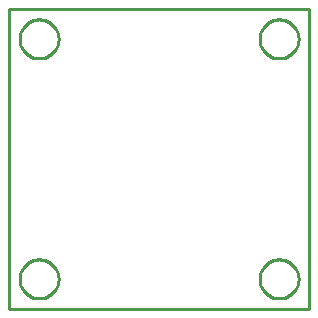
<source format=gko>
G04 EAGLE Gerber RS-274X export*
G75*
%MOMM*%
%FSLAX34Y34*%
%LPD*%
%IN*%
%IPPOS*%
%AMOC8*
5,1,8,0,0,1.08239X$1,22.5*%
G01*
%ADD10C,0.203200*%
%ADD11C,0.000000*%
%ADD12C,0.254000*%


D10*
X0Y0D02*
X0Y254000D01*
X254000Y254000D01*
X254000Y0D01*
X0Y0D01*
D11*
X8890Y228600D02*
X8895Y229005D01*
X8910Y229410D01*
X8935Y229815D01*
X8970Y230218D01*
X9014Y230621D01*
X9069Y231023D01*
X9133Y231423D01*
X9207Y231821D01*
X9291Y232217D01*
X9385Y232612D01*
X9488Y233003D01*
X9601Y233393D01*
X9723Y233779D01*
X9855Y234162D01*
X9996Y234542D01*
X10147Y234918D01*
X10306Y235291D01*
X10475Y235659D01*
X10653Y236023D01*
X10839Y236383D01*
X11035Y236738D01*
X11239Y237088D01*
X11451Y237433D01*
X11672Y237772D01*
X11902Y238107D01*
X12139Y238435D01*
X12384Y238757D01*
X12638Y239074D01*
X12898Y239384D01*
X13167Y239687D01*
X13443Y239984D01*
X13726Y240274D01*
X14016Y240557D01*
X14313Y240833D01*
X14616Y241102D01*
X14926Y241362D01*
X15243Y241616D01*
X15565Y241861D01*
X15893Y242098D01*
X16228Y242328D01*
X16567Y242549D01*
X16912Y242761D01*
X17262Y242965D01*
X17617Y243161D01*
X17977Y243347D01*
X18341Y243525D01*
X18709Y243694D01*
X19082Y243853D01*
X19458Y244004D01*
X19838Y244145D01*
X20221Y244277D01*
X20607Y244399D01*
X20997Y244512D01*
X21388Y244615D01*
X21783Y244709D01*
X22179Y244793D01*
X22577Y244867D01*
X22977Y244931D01*
X23379Y244986D01*
X23782Y245030D01*
X24185Y245065D01*
X24590Y245090D01*
X24995Y245105D01*
X25400Y245110D01*
X25805Y245105D01*
X26210Y245090D01*
X26615Y245065D01*
X27018Y245030D01*
X27421Y244986D01*
X27823Y244931D01*
X28223Y244867D01*
X28621Y244793D01*
X29017Y244709D01*
X29412Y244615D01*
X29803Y244512D01*
X30193Y244399D01*
X30579Y244277D01*
X30962Y244145D01*
X31342Y244004D01*
X31718Y243853D01*
X32091Y243694D01*
X32459Y243525D01*
X32823Y243347D01*
X33183Y243161D01*
X33538Y242965D01*
X33888Y242761D01*
X34233Y242549D01*
X34572Y242328D01*
X34907Y242098D01*
X35235Y241861D01*
X35557Y241616D01*
X35874Y241362D01*
X36184Y241102D01*
X36487Y240833D01*
X36784Y240557D01*
X37074Y240274D01*
X37357Y239984D01*
X37633Y239687D01*
X37902Y239384D01*
X38162Y239074D01*
X38416Y238757D01*
X38661Y238435D01*
X38898Y238107D01*
X39128Y237772D01*
X39349Y237433D01*
X39561Y237088D01*
X39765Y236738D01*
X39961Y236383D01*
X40147Y236023D01*
X40325Y235659D01*
X40494Y235291D01*
X40653Y234918D01*
X40804Y234542D01*
X40945Y234162D01*
X41077Y233779D01*
X41199Y233393D01*
X41312Y233003D01*
X41415Y232612D01*
X41509Y232217D01*
X41593Y231821D01*
X41667Y231423D01*
X41731Y231023D01*
X41786Y230621D01*
X41830Y230218D01*
X41865Y229815D01*
X41890Y229410D01*
X41905Y229005D01*
X41910Y228600D01*
X41905Y228195D01*
X41890Y227790D01*
X41865Y227385D01*
X41830Y226982D01*
X41786Y226579D01*
X41731Y226177D01*
X41667Y225777D01*
X41593Y225379D01*
X41509Y224983D01*
X41415Y224588D01*
X41312Y224197D01*
X41199Y223807D01*
X41077Y223421D01*
X40945Y223038D01*
X40804Y222658D01*
X40653Y222282D01*
X40494Y221909D01*
X40325Y221541D01*
X40147Y221177D01*
X39961Y220817D01*
X39765Y220462D01*
X39561Y220112D01*
X39349Y219767D01*
X39128Y219428D01*
X38898Y219093D01*
X38661Y218765D01*
X38416Y218443D01*
X38162Y218126D01*
X37902Y217816D01*
X37633Y217513D01*
X37357Y217216D01*
X37074Y216926D01*
X36784Y216643D01*
X36487Y216367D01*
X36184Y216098D01*
X35874Y215838D01*
X35557Y215584D01*
X35235Y215339D01*
X34907Y215102D01*
X34572Y214872D01*
X34233Y214651D01*
X33888Y214439D01*
X33538Y214235D01*
X33183Y214039D01*
X32823Y213853D01*
X32459Y213675D01*
X32091Y213506D01*
X31718Y213347D01*
X31342Y213196D01*
X30962Y213055D01*
X30579Y212923D01*
X30193Y212801D01*
X29803Y212688D01*
X29412Y212585D01*
X29017Y212491D01*
X28621Y212407D01*
X28223Y212333D01*
X27823Y212269D01*
X27421Y212214D01*
X27018Y212170D01*
X26615Y212135D01*
X26210Y212110D01*
X25805Y212095D01*
X25400Y212090D01*
X24995Y212095D01*
X24590Y212110D01*
X24185Y212135D01*
X23782Y212170D01*
X23379Y212214D01*
X22977Y212269D01*
X22577Y212333D01*
X22179Y212407D01*
X21783Y212491D01*
X21388Y212585D01*
X20997Y212688D01*
X20607Y212801D01*
X20221Y212923D01*
X19838Y213055D01*
X19458Y213196D01*
X19082Y213347D01*
X18709Y213506D01*
X18341Y213675D01*
X17977Y213853D01*
X17617Y214039D01*
X17262Y214235D01*
X16912Y214439D01*
X16567Y214651D01*
X16228Y214872D01*
X15893Y215102D01*
X15565Y215339D01*
X15243Y215584D01*
X14926Y215838D01*
X14616Y216098D01*
X14313Y216367D01*
X14016Y216643D01*
X13726Y216926D01*
X13443Y217216D01*
X13167Y217513D01*
X12898Y217816D01*
X12638Y218126D01*
X12384Y218443D01*
X12139Y218765D01*
X11902Y219093D01*
X11672Y219428D01*
X11451Y219767D01*
X11239Y220112D01*
X11035Y220462D01*
X10839Y220817D01*
X10653Y221177D01*
X10475Y221541D01*
X10306Y221909D01*
X10147Y222282D01*
X9996Y222658D01*
X9855Y223038D01*
X9723Y223421D01*
X9601Y223807D01*
X9488Y224197D01*
X9385Y224588D01*
X9291Y224983D01*
X9207Y225379D01*
X9133Y225777D01*
X9069Y226177D01*
X9014Y226579D01*
X8970Y226982D01*
X8935Y227385D01*
X8910Y227790D01*
X8895Y228195D01*
X8890Y228600D01*
X212090Y228600D02*
X212095Y229005D01*
X212110Y229410D01*
X212135Y229815D01*
X212170Y230218D01*
X212214Y230621D01*
X212269Y231023D01*
X212333Y231423D01*
X212407Y231821D01*
X212491Y232217D01*
X212585Y232612D01*
X212688Y233003D01*
X212801Y233393D01*
X212923Y233779D01*
X213055Y234162D01*
X213196Y234542D01*
X213347Y234918D01*
X213506Y235291D01*
X213675Y235659D01*
X213853Y236023D01*
X214039Y236383D01*
X214235Y236738D01*
X214439Y237088D01*
X214651Y237433D01*
X214872Y237772D01*
X215102Y238107D01*
X215339Y238435D01*
X215584Y238757D01*
X215838Y239074D01*
X216098Y239384D01*
X216367Y239687D01*
X216643Y239984D01*
X216926Y240274D01*
X217216Y240557D01*
X217513Y240833D01*
X217816Y241102D01*
X218126Y241362D01*
X218443Y241616D01*
X218765Y241861D01*
X219093Y242098D01*
X219428Y242328D01*
X219767Y242549D01*
X220112Y242761D01*
X220462Y242965D01*
X220817Y243161D01*
X221177Y243347D01*
X221541Y243525D01*
X221909Y243694D01*
X222282Y243853D01*
X222658Y244004D01*
X223038Y244145D01*
X223421Y244277D01*
X223807Y244399D01*
X224197Y244512D01*
X224588Y244615D01*
X224983Y244709D01*
X225379Y244793D01*
X225777Y244867D01*
X226177Y244931D01*
X226579Y244986D01*
X226982Y245030D01*
X227385Y245065D01*
X227790Y245090D01*
X228195Y245105D01*
X228600Y245110D01*
X229005Y245105D01*
X229410Y245090D01*
X229815Y245065D01*
X230218Y245030D01*
X230621Y244986D01*
X231023Y244931D01*
X231423Y244867D01*
X231821Y244793D01*
X232217Y244709D01*
X232612Y244615D01*
X233003Y244512D01*
X233393Y244399D01*
X233779Y244277D01*
X234162Y244145D01*
X234542Y244004D01*
X234918Y243853D01*
X235291Y243694D01*
X235659Y243525D01*
X236023Y243347D01*
X236383Y243161D01*
X236738Y242965D01*
X237088Y242761D01*
X237433Y242549D01*
X237772Y242328D01*
X238107Y242098D01*
X238435Y241861D01*
X238757Y241616D01*
X239074Y241362D01*
X239384Y241102D01*
X239687Y240833D01*
X239984Y240557D01*
X240274Y240274D01*
X240557Y239984D01*
X240833Y239687D01*
X241102Y239384D01*
X241362Y239074D01*
X241616Y238757D01*
X241861Y238435D01*
X242098Y238107D01*
X242328Y237772D01*
X242549Y237433D01*
X242761Y237088D01*
X242965Y236738D01*
X243161Y236383D01*
X243347Y236023D01*
X243525Y235659D01*
X243694Y235291D01*
X243853Y234918D01*
X244004Y234542D01*
X244145Y234162D01*
X244277Y233779D01*
X244399Y233393D01*
X244512Y233003D01*
X244615Y232612D01*
X244709Y232217D01*
X244793Y231821D01*
X244867Y231423D01*
X244931Y231023D01*
X244986Y230621D01*
X245030Y230218D01*
X245065Y229815D01*
X245090Y229410D01*
X245105Y229005D01*
X245110Y228600D01*
X245105Y228195D01*
X245090Y227790D01*
X245065Y227385D01*
X245030Y226982D01*
X244986Y226579D01*
X244931Y226177D01*
X244867Y225777D01*
X244793Y225379D01*
X244709Y224983D01*
X244615Y224588D01*
X244512Y224197D01*
X244399Y223807D01*
X244277Y223421D01*
X244145Y223038D01*
X244004Y222658D01*
X243853Y222282D01*
X243694Y221909D01*
X243525Y221541D01*
X243347Y221177D01*
X243161Y220817D01*
X242965Y220462D01*
X242761Y220112D01*
X242549Y219767D01*
X242328Y219428D01*
X242098Y219093D01*
X241861Y218765D01*
X241616Y218443D01*
X241362Y218126D01*
X241102Y217816D01*
X240833Y217513D01*
X240557Y217216D01*
X240274Y216926D01*
X239984Y216643D01*
X239687Y216367D01*
X239384Y216098D01*
X239074Y215838D01*
X238757Y215584D01*
X238435Y215339D01*
X238107Y215102D01*
X237772Y214872D01*
X237433Y214651D01*
X237088Y214439D01*
X236738Y214235D01*
X236383Y214039D01*
X236023Y213853D01*
X235659Y213675D01*
X235291Y213506D01*
X234918Y213347D01*
X234542Y213196D01*
X234162Y213055D01*
X233779Y212923D01*
X233393Y212801D01*
X233003Y212688D01*
X232612Y212585D01*
X232217Y212491D01*
X231821Y212407D01*
X231423Y212333D01*
X231023Y212269D01*
X230621Y212214D01*
X230218Y212170D01*
X229815Y212135D01*
X229410Y212110D01*
X229005Y212095D01*
X228600Y212090D01*
X228195Y212095D01*
X227790Y212110D01*
X227385Y212135D01*
X226982Y212170D01*
X226579Y212214D01*
X226177Y212269D01*
X225777Y212333D01*
X225379Y212407D01*
X224983Y212491D01*
X224588Y212585D01*
X224197Y212688D01*
X223807Y212801D01*
X223421Y212923D01*
X223038Y213055D01*
X222658Y213196D01*
X222282Y213347D01*
X221909Y213506D01*
X221541Y213675D01*
X221177Y213853D01*
X220817Y214039D01*
X220462Y214235D01*
X220112Y214439D01*
X219767Y214651D01*
X219428Y214872D01*
X219093Y215102D01*
X218765Y215339D01*
X218443Y215584D01*
X218126Y215838D01*
X217816Y216098D01*
X217513Y216367D01*
X217216Y216643D01*
X216926Y216926D01*
X216643Y217216D01*
X216367Y217513D01*
X216098Y217816D01*
X215838Y218126D01*
X215584Y218443D01*
X215339Y218765D01*
X215102Y219093D01*
X214872Y219428D01*
X214651Y219767D01*
X214439Y220112D01*
X214235Y220462D01*
X214039Y220817D01*
X213853Y221177D01*
X213675Y221541D01*
X213506Y221909D01*
X213347Y222282D01*
X213196Y222658D01*
X213055Y223038D01*
X212923Y223421D01*
X212801Y223807D01*
X212688Y224197D01*
X212585Y224588D01*
X212491Y224983D01*
X212407Y225379D01*
X212333Y225777D01*
X212269Y226177D01*
X212214Y226579D01*
X212170Y226982D01*
X212135Y227385D01*
X212110Y227790D01*
X212095Y228195D01*
X212090Y228600D01*
X212090Y25400D02*
X212095Y25805D01*
X212110Y26210D01*
X212135Y26615D01*
X212170Y27018D01*
X212214Y27421D01*
X212269Y27823D01*
X212333Y28223D01*
X212407Y28621D01*
X212491Y29017D01*
X212585Y29412D01*
X212688Y29803D01*
X212801Y30193D01*
X212923Y30579D01*
X213055Y30962D01*
X213196Y31342D01*
X213347Y31718D01*
X213506Y32091D01*
X213675Y32459D01*
X213853Y32823D01*
X214039Y33183D01*
X214235Y33538D01*
X214439Y33888D01*
X214651Y34233D01*
X214872Y34572D01*
X215102Y34907D01*
X215339Y35235D01*
X215584Y35557D01*
X215838Y35874D01*
X216098Y36184D01*
X216367Y36487D01*
X216643Y36784D01*
X216926Y37074D01*
X217216Y37357D01*
X217513Y37633D01*
X217816Y37902D01*
X218126Y38162D01*
X218443Y38416D01*
X218765Y38661D01*
X219093Y38898D01*
X219428Y39128D01*
X219767Y39349D01*
X220112Y39561D01*
X220462Y39765D01*
X220817Y39961D01*
X221177Y40147D01*
X221541Y40325D01*
X221909Y40494D01*
X222282Y40653D01*
X222658Y40804D01*
X223038Y40945D01*
X223421Y41077D01*
X223807Y41199D01*
X224197Y41312D01*
X224588Y41415D01*
X224983Y41509D01*
X225379Y41593D01*
X225777Y41667D01*
X226177Y41731D01*
X226579Y41786D01*
X226982Y41830D01*
X227385Y41865D01*
X227790Y41890D01*
X228195Y41905D01*
X228600Y41910D01*
X229005Y41905D01*
X229410Y41890D01*
X229815Y41865D01*
X230218Y41830D01*
X230621Y41786D01*
X231023Y41731D01*
X231423Y41667D01*
X231821Y41593D01*
X232217Y41509D01*
X232612Y41415D01*
X233003Y41312D01*
X233393Y41199D01*
X233779Y41077D01*
X234162Y40945D01*
X234542Y40804D01*
X234918Y40653D01*
X235291Y40494D01*
X235659Y40325D01*
X236023Y40147D01*
X236383Y39961D01*
X236738Y39765D01*
X237088Y39561D01*
X237433Y39349D01*
X237772Y39128D01*
X238107Y38898D01*
X238435Y38661D01*
X238757Y38416D01*
X239074Y38162D01*
X239384Y37902D01*
X239687Y37633D01*
X239984Y37357D01*
X240274Y37074D01*
X240557Y36784D01*
X240833Y36487D01*
X241102Y36184D01*
X241362Y35874D01*
X241616Y35557D01*
X241861Y35235D01*
X242098Y34907D01*
X242328Y34572D01*
X242549Y34233D01*
X242761Y33888D01*
X242965Y33538D01*
X243161Y33183D01*
X243347Y32823D01*
X243525Y32459D01*
X243694Y32091D01*
X243853Y31718D01*
X244004Y31342D01*
X244145Y30962D01*
X244277Y30579D01*
X244399Y30193D01*
X244512Y29803D01*
X244615Y29412D01*
X244709Y29017D01*
X244793Y28621D01*
X244867Y28223D01*
X244931Y27823D01*
X244986Y27421D01*
X245030Y27018D01*
X245065Y26615D01*
X245090Y26210D01*
X245105Y25805D01*
X245110Y25400D01*
X245105Y24995D01*
X245090Y24590D01*
X245065Y24185D01*
X245030Y23782D01*
X244986Y23379D01*
X244931Y22977D01*
X244867Y22577D01*
X244793Y22179D01*
X244709Y21783D01*
X244615Y21388D01*
X244512Y20997D01*
X244399Y20607D01*
X244277Y20221D01*
X244145Y19838D01*
X244004Y19458D01*
X243853Y19082D01*
X243694Y18709D01*
X243525Y18341D01*
X243347Y17977D01*
X243161Y17617D01*
X242965Y17262D01*
X242761Y16912D01*
X242549Y16567D01*
X242328Y16228D01*
X242098Y15893D01*
X241861Y15565D01*
X241616Y15243D01*
X241362Y14926D01*
X241102Y14616D01*
X240833Y14313D01*
X240557Y14016D01*
X240274Y13726D01*
X239984Y13443D01*
X239687Y13167D01*
X239384Y12898D01*
X239074Y12638D01*
X238757Y12384D01*
X238435Y12139D01*
X238107Y11902D01*
X237772Y11672D01*
X237433Y11451D01*
X237088Y11239D01*
X236738Y11035D01*
X236383Y10839D01*
X236023Y10653D01*
X235659Y10475D01*
X235291Y10306D01*
X234918Y10147D01*
X234542Y9996D01*
X234162Y9855D01*
X233779Y9723D01*
X233393Y9601D01*
X233003Y9488D01*
X232612Y9385D01*
X232217Y9291D01*
X231821Y9207D01*
X231423Y9133D01*
X231023Y9069D01*
X230621Y9014D01*
X230218Y8970D01*
X229815Y8935D01*
X229410Y8910D01*
X229005Y8895D01*
X228600Y8890D01*
X228195Y8895D01*
X227790Y8910D01*
X227385Y8935D01*
X226982Y8970D01*
X226579Y9014D01*
X226177Y9069D01*
X225777Y9133D01*
X225379Y9207D01*
X224983Y9291D01*
X224588Y9385D01*
X224197Y9488D01*
X223807Y9601D01*
X223421Y9723D01*
X223038Y9855D01*
X222658Y9996D01*
X222282Y10147D01*
X221909Y10306D01*
X221541Y10475D01*
X221177Y10653D01*
X220817Y10839D01*
X220462Y11035D01*
X220112Y11239D01*
X219767Y11451D01*
X219428Y11672D01*
X219093Y11902D01*
X218765Y12139D01*
X218443Y12384D01*
X218126Y12638D01*
X217816Y12898D01*
X217513Y13167D01*
X217216Y13443D01*
X216926Y13726D01*
X216643Y14016D01*
X216367Y14313D01*
X216098Y14616D01*
X215838Y14926D01*
X215584Y15243D01*
X215339Y15565D01*
X215102Y15893D01*
X214872Y16228D01*
X214651Y16567D01*
X214439Y16912D01*
X214235Y17262D01*
X214039Y17617D01*
X213853Y17977D01*
X213675Y18341D01*
X213506Y18709D01*
X213347Y19082D01*
X213196Y19458D01*
X213055Y19838D01*
X212923Y20221D01*
X212801Y20607D01*
X212688Y20997D01*
X212585Y21388D01*
X212491Y21783D01*
X212407Y22179D01*
X212333Y22577D01*
X212269Y22977D01*
X212214Y23379D01*
X212170Y23782D01*
X212135Y24185D01*
X212110Y24590D01*
X212095Y24995D01*
X212090Y25400D01*
X8890Y25400D02*
X8895Y25805D01*
X8910Y26210D01*
X8935Y26615D01*
X8970Y27018D01*
X9014Y27421D01*
X9069Y27823D01*
X9133Y28223D01*
X9207Y28621D01*
X9291Y29017D01*
X9385Y29412D01*
X9488Y29803D01*
X9601Y30193D01*
X9723Y30579D01*
X9855Y30962D01*
X9996Y31342D01*
X10147Y31718D01*
X10306Y32091D01*
X10475Y32459D01*
X10653Y32823D01*
X10839Y33183D01*
X11035Y33538D01*
X11239Y33888D01*
X11451Y34233D01*
X11672Y34572D01*
X11902Y34907D01*
X12139Y35235D01*
X12384Y35557D01*
X12638Y35874D01*
X12898Y36184D01*
X13167Y36487D01*
X13443Y36784D01*
X13726Y37074D01*
X14016Y37357D01*
X14313Y37633D01*
X14616Y37902D01*
X14926Y38162D01*
X15243Y38416D01*
X15565Y38661D01*
X15893Y38898D01*
X16228Y39128D01*
X16567Y39349D01*
X16912Y39561D01*
X17262Y39765D01*
X17617Y39961D01*
X17977Y40147D01*
X18341Y40325D01*
X18709Y40494D01*
X19082Y40653D01*
X19458Y40804D01*
X19838Y40945D01*
X20221Y41077D01*
X20607Y41199D01*
X20997Y41312D01*
X21388Y41415D01*
X21783Y41509D01*
X22179Y41593D01*
X22577Y41667D01*
X22977Y41731D01*
X23379Y41786D01*
X23782Y41830D01*
X24185Y41865D01*
X24590Y41890D01*
X24995Y41905D01*
X25400Y41910D01*
X25805Y41905D01*
X26210Y41890D01*
X26615Y41865D01*
X27018Y41830D01*
X27421Y41786D01*
X27823Y41731D01*
X28223Y41667D01*
X28621Y41593D01*
X29017Y41509D01*
X29412Y41415D01*
X29803Y41312D01*
X30193Y41199D01*
X30579Y41077D01*
X30962Y40945D01*
X31342Y40804D01*
X31718Y40653D01*
X32091Y40494D01*
X32459Y40325D01*
X32823Y40147D01*
X33183Y39961D01*
X33538Y39765D01*
X33888Y39561D01*
X34233Y39349D01*
X34572Y39128D01*
X34907Y38898D01*
X35235Y38661D01*
X35557Y38416D01*
X35874Y38162D01*
X36184Y37902D01*
X36487Y37633D01*
X36784Y37357D01*
X37074Y37074D01*
X37357Y36784D01*
X37633Y36487D01*
X37902Y36184D01*
X38162Y35874D01*
X38416Y35557D01*
X38661Y35235D01*
X38898Y34907D01*
X39128Y34572D01*
X39349Y34233D01*
X39561Y33888D01*
X39765Y33538D01*
X39961Y33183D01*
X40147Y32823D01*
X40325Y32459D01*
X40494Y32091D01*
X40653Y31718D01*
X40804Y31342D01*
X40945Y30962D01*
X41077Y30579D01*
X41199Y30193D01*
X41312Y29803D01*
X41415Y29412D01*
X41509Y29017D01*
X41593Y28621D01*
X41667Y28223D01*
X41731Y27823D01*
X41786Y27421D01*
X41830Y27018D01*
X41865Y26615D01*
X41890Y26210D01*
X41905Y25805D01*
X41910Y25400D01*
X41905Y24995D01*
X41890Y24590D01*
X41865Y24185D01*
X41830Y23782D01*
X41786Y23379D01*
X41731Y22977D01*
X41667Y22577D01*
X41593Y22179D01*
X41509Y21783D01*
X41415Y21388D01*
X41312Y20997D01*
X41199Y20607D01*
X41077Y20221D01*
X40945Y19838D01*
X40804Y19458D01*
X40653Y19082D01*
X40494Y18709D01*
X40325Y18341D01*
X40147Y17977D01*
X39961Y17617D01*
X39765Y17262D01*
X39561Y16912D01*
X39349Y16567D01*
X39128Y16228D01*
X38898Y15893D01*
X38661Y15565D01*
X38416Y15243D01*
X38162Y14926D01*
X37902Y14616D01*
X37633Y14313D01*
X37357Y14016D01*
X37074Y13726D01*
X36784Y13443D01*
X36487Y13167D01*
X36184Y12898D01*
X35874Y12638D01*
X35557Y12384D01*
X35235Y12139D01*
X34907Y11902D01*
X34572Y11672D01*
X34233Y11451D01*
X33888Y11239D01*
X33538Y11035D01*
X33183Y10839D01*
X32823Y10653D01*
X32459Y10475D01*
X32091Y10306D01*
X31718Y10147D01*
X31342Y9996D01*
X30962Y9855D01*
X30579Y9723D01*
X30193Y9601D01*
X29803Y9488D01*
X29412Y9385D01*
X29017Y9291D01*
X28621Y9207D01*
X28223Y9133D01*
X27823Y9069D01*
X27421Y9014D01*
X27018Y8970D01*
X26615Y8935D01*
X26210Y8910D01*
X25805Y8895D01*
X25400Y8890D01*
X24995Y8895D01*
X24590Y8910D01*
X24185Y8935D01*
X23782Y8970D01*
X23379Y9014D01*
X22977Y9069D01*
X22577Y9133D01*
X22179Y9207D01*
X21783Y9291D01*
X21388Y9385D01*
X20997Y9488D01*
X20607Y9601D01*
X20221Y9723D01*
X19838Y9855D01*
X19458Y9996D01*
X19082Y10147D01*
X18709Y10306D01*
X18341Y10475D01*
X17977Y10653D01*
X17617Y10839D01*
X17262Y11035D01*
X16912Y11239D01*
X16567Y11451D01*
X16228Y11672D01*
X15893Y11902D01*
X15565Y12139D01*
X15243Y12384D01*
X14926Y12638D01*
X14616Y12898D01*
X14313Y13167D01*
X14016Y13443D01*
X13726Y13726D01*
X13443Y14016D01*
X13167Y14313D01*
X12898Y14616D01*
X12638Y14926D01*
X12384Y15243D01*
X12139Y15565D01*
X11902Y15893D01*
X11672Y16228D01*
X11451Y16567D01*
X11239Y16912D01*
X11035Y17262D01*
X10839Y17617D01*
X10653Y17977D01*
X10475Y18341D01*
X10306Y18709D01*
X10147Y19082D01*
X9996Y19458D01*
X9855Y19838D01*
X9723Y20221D01*
X9601Y20607D01*
X9488Y20997D01*
X9385Y21388D01*
X9291Y21783D01*
X9207Y22179D01*
X9133Y22577D01*
X9069Y22977D01*
X9014Y23379D01*
X8970Y23782D01*
X8935Y24185D01*
X8910Y24590D01*
X8895Y24995D01*
X8890Y25400D01*
D12*
X0Y0D02*
X254000Y0D01*
X254000Y254000D01*
X0Y254000D01*
X0Y0D01*
X41910Y228060D02*
X41839Y226981D01*
X41698Y225909D01*
X41487Y224849D01*
X41208Y223805D01*
X40860Y222781D01*
X40446Y221783D01*
X39968Y220813D01*
X39428Y219877D01*
X38827Y218978D01*
X38169Y218121D01*
X37457Y217308D01*
X36692Y216544D01*
X35879Y215831D01*
X35022Y215173D01*
X34123Y214572D01*
X33187Y214032D01*
X32217Y213554D01*
X31219Y213140D01*
X30195Y212792D01*
X29151Y212513D01*
X28091Y212302D01*
X27019Y212161D01*
X25940Y212090D01*
X24860Y212090D01*
X23781Y212161D01*
X22709Y212302D01*
X21649Y212513D01*
X20605Y212792D01*
X19581Y213140D01*
X18583Y213554D01*
X17613Y214032D01*
X16677Y214572D01*
X15778Y215173D01*
X14921Y215831D01*
X14108Y216544D01*
X13344Y217308D01*
X12631Y218121D01*
X11973Y218978D01*
X11372Y219877D01*
X10832Y220813D01*
X10354Y221783D01*
X9940Y222781D01*
X9592Y223805D01*
X9313Y224849D01*
X9102Y225909D01*
X8961Y226981D01*
X8890Y228060D01*
X8890Y229140D01*
X8961Y230219D01*
X9102Y231291D01*
X9313Y232351D01*
X9592Y233395D01*
X9940Y234419D01*
X10354Y235417D01*
X10832Y236387D01*
X11372Y237323D01*
X11973Y238222D01*
X12631Y239079D01*
X13344Y239892D01*
X14108Y240657D01*
X14921Y241369D01*
X15778Y242027D01*
X16677Y242628D01*
X17613Y243168D01*
X18583Y243646D01*
X19581Y244060D01*
X20605Y244408D01*
X21649Y244687D01*
X22709Y244898D01*
X23781Y245039D01*
X24860Y245110D01*
X25940Y245110D01*
X27019Y245039D01*
X28091Y244898D01*
X29151Y244687D01*
X30195Y244408D01*
X31219Y244060D01*
X32217Y243646D01*
X33187Y243168D01*
X34123Y242628D01*
X35022Y242027D01*
X35879Y241369D01*
X36692Y240657D01*
X37457Y239892D01*
X38169Y239079D01*
X38827Y238222D01*
X39428Y237323D01*
X39968Y236387D01*
X40446Y235417D01*
X40860Y234419D01*
X41208Y233395D01*
X41487Y232351D01*
X41698Y231291D01*
X41839Y230219D01*
X41910Y229140D01*
X41910Y228060D01*
X245110Y228060D02*
X245039Y226981D01*
X244898Y225909D01*
X244687Y224849D01*
X244408Y223805D01*
X244060Y222781D01*
X243646Y221783D01*
X243168Y220813D01*
X242628Y219877D01*
X242027Y218978D01*
X241369Y218121D01*
X240657Y217308D01*
X239892Y216544D01*
X239079Y215831D01*
X238222Y215173D01*
X237323Y214572D01*
X236387Y214032D01*
X235417Y213554D01*
X234419Y213140D01*
X233395Y212792D01*
X232351Y212513D01*
X231291Y212302D01*
X230219Y212161D01*
X229140Y212090D01*
X228060Y212090D01*
X226981Y212161D01*
X225909Y212302D01*
X224849Y212513D01*
X223805Y212792D01*
X222781Y213140D01*
X221783Y213554D01*
X220813Y214032D01*
X219877Y214572D01*
X218978Y215173D01*
X218121Y215831D01*
X217308Y216544D01*
X216544Y217308D01*
X215831Y218121D01*
X215173Y218978D01*
X214572Y219877D01*
X214032Y220813D01*
X213554Y221783D01*
X213140Y222781D01*
X212792Y223805D01*
X212513Y224849D01*
X212302Y225909D01*
X212161Y226981D01*
X212090Y228060D01*
X212090Y229140D01*
X212161Y230219D01*
X212302Y231291D01*
X212513Y232351D01*
X212792Y233395D01*
X213140Y234419D01*
X213554Y235417D01*
X214032Y236387D01*
X214572Y237323D01*
X215173Y238222D01*
X215831Y239079D01*
X216544Y239892D01*
X217308Y240657D01*
X218121Y241369D01*
X218978Y242027D01*
X219877Y242628D01*
X220813Y243168D01*
X221783Y243646D01*
X222781Y244060D01*
X223805Y244408D01*
X224849Y244687D01*
X225909Y244898D01*
X226981Y245039D01*
X228060Y245110D01*
X229140Y245110D01*
X230219Y245039D01*
X231291Y244898D01*
X232351Y244687D01*
X233395Y244408D01*
X234419Y244060D01*
X235417Y243646D01*
X236387Y243168D01*
X237323Y242628D01*
X238222Y242027D01*
X239079Y241369D01*
X239892Y240657D01*
X240657Y239892D01*
X241369Y239079D01*
X242027Y238222D01*
X242628Y237323D01*
X243168Y236387D01*
X243646Y235417D01*
X244060Y234419D01*
X244408Y233395D01*
X244687Y232351D01*
X244898Y231291D01*
X245039Y230219D01*
X245110Y229140D01*
X245110Y228060D01*
X245110Y24860D02*
X245039Y23781D01*
X244898Y22709D01*
X244687Y21649D01*
X244408Y20605D01*
X244060Y19581D01*
X243646Y18583D01*
X243168Y17613D01*
X242628Y16677D01*
X242027Y15778D01*
X241369Y14921D01*
X240657Y14108D01*
X239892Y13344D01*
X239079Y12631D01*
X238222Y11973D01*
X237323Y11372D01*
X236387Y10832D01*
X235417Y10354D01*
X234419Y9940D01*
X233395Y9592D01*
X232351Y9313D01*
X231291Y9102D01*
X230219Y8961D01*
X229140Y8890D01*
X228060Y8890D01*
X226981Y8961D01*
X225909Y9102D01*
X224849Y9313D01*
X223805Y9592D01*
X222781Y9940D01*
X221783Y10354D01*
X220813Y10832D01*
X219877Y11372D01*
X218978Y11973D01*
X218121Y12631D01*
X217308Y13344D01*
X216544Y14108D01*
X215831Y14921D01*
X215173Y15778D01*
X214572Y16677D01*
X214032Y17613D01*
X213554Y18583D01*
X213140Y19581D01*
X212792Y20605D01*
X212513Y21649D01*
X212302Y22709D01*
X212161Y23781D01*
X212090Y24860D01*
X212090Y25940D01*
X212161Y27019D01*
X212302Y28091D01*
X212513Y29151D01*
X212792Y30195D01*
X213140Y31219D01*
X213554Y32217D01*
X214032Y33187D01*
X214572Y34123D01*
X215173Y35022D01*
X215831Y35879D01*
X216544Y36692D01*
X217308Y37457D01*
X218121Y38169D01*
X218978Y38827D01*
X219877Y39428D01*
X220813Y39968D01*
X221783Y40446D01*
X222781Y40860D01*
X223805Y41208D01*
X224849Y41487D01*
X225909Y41698D01*
X226981Y41839D01*
X228060Y41910D01*
X229140Y41910D01*
X230219Y41839D01*
X231291Y41698D01*
X232351Y41487D01*
X233395Y41208D01*
X234419Y40860D01*
X235417Y40446D01*
X236387Y39968D01*
X237323Y39428D01*
X238222Y38827D01*
X239079Y38169D01*
X239892Y37457D01*
X240657Y36692D01*
X241369Y35879D01*
X242027Y35022D01*
X242628Y34123D01*
X243168Y33187D01*
X243646Y32217D01*
X244060Y31219D01*
X244408Y30195D01*
X244687Y29151D01*
X244898Y28091D01*
X245039Y27019D01*
X245110Y25940D01*
X245110Y24860D01*
X41910Y24860D02*
X41839Y23781D01*
X41698Y22709D01*
X41487Y21649D01*
X41208Y20605D01*
X40860Y19581D01*
X40446Y18583D01*
X39968Y17613D01*
X39428Y16677D01*
X38827Y15778D01*
X38169Y14921D01*
X37457Y14108D01*
X36692Y13344D01*
X35879Y12631D01*
X35022Y11973D01*
X34123Y11372D01*
X33187Y10832D01*
X32217Y10354D01*
X31219Y9940D01*
X30195Y9592D01*
X29151Y9313D01*
X28091Y9102D01*
X27019Y8961D01*
X25940Y8890D01*
X24860Y8890D01*
X23781Y8961D01*
X22709Y9102D01*
X21649Y9313D01*
X20605Y9592D01*
X19581Y9940D01*
X18583Y10354D01*
X17613Y10832D01*
X16677Y11372D01*
X15778Y11973D01*
X14921Y12631D01*
X14108Y13344D01*
X13344Y14108D01*
X12631Y14921D01*
X11973Y15778D01*
X11372Y16677D01*
X10832Y17613D01*
X10354Y18583D01*
X9940Y19581D01*
X9592Y20605D01*
X9313Y21649D01*
X9102Y22709D01*
X8961Y23781D01*
X8890Y24860D01*
X8890Y25940D01*
X8961Y27019D01*
X9102Y28091D01*
X9313Y29151D01*
X9592Y30195D01*
X9940Y31219D01*
X10354Y32217D01*
X10832Y33187D01*
X11372Y34123D01*
X11973Y35022D01*
X12631Y35879D01*
X13344Y36692D01*
X14108Y37457D01*
X14921Y38169D01*
X15778Y38827D01*
X16677Y39428D01*
X17613Y39968D01*
X18583Y40446D01*
X19581Y40860D01*
X20605Y41208D01*
X21649Y41487D01*
X22709Y41698D01*
X23781Y41839D01*
X24860Y41910D01*
X25940Y41910D01*
X27019Y41839D01*
X28091Y41698D01*
X29151Y41487D01*
X30195Y41208D01*
X31219Y40860D01*
X32217Y40446D01*
X33187Y39968D01*
X34123Y39428D01*
X35022Y38827D01*
X35879Y38169D01*
X36692Y37457D01*
X37457Y36692D01*
X38169Y35879D01*
X38827Y35022D01*
X39428Y34123D01*
X39968Y33187D01*
X40446Y32217D01*
X40860Y31219D01*
X41208Y30195D01*
X41487Y29151D01*
X41698Y28091D01*
X41839Y27019D01*
X41910Y25940D01*
X41910Y24860D01*
M02*

</source>
